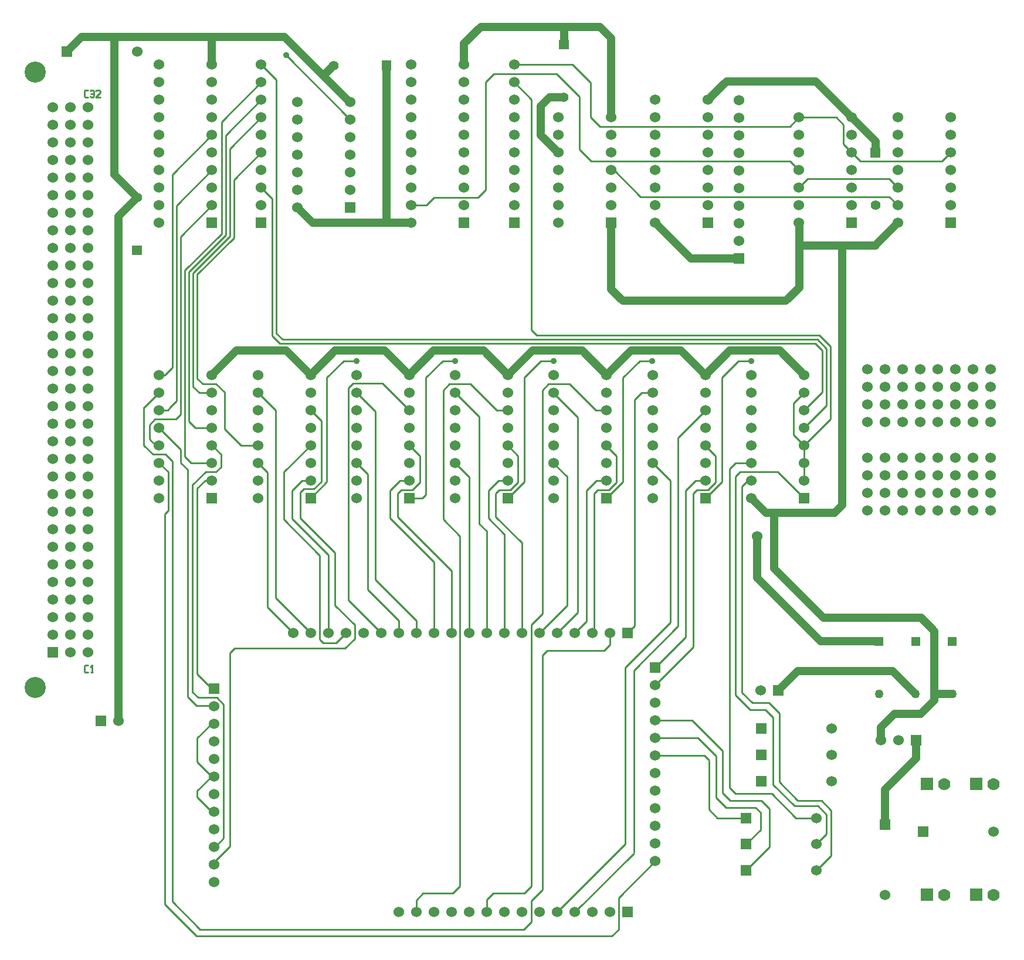
<source format=gbr>
G04 start of page 3 for group 1 idx 2 *
G04 Title: (unknown), signal1 *
G04 Creator: pcb 20081128 *
G04 CreationDate: Tue Aug 18 15:33:46 2009 UTC *
G04 For: olivleh1 *
G04 Format: Gerber/RS-274X *
G04 PCB-Dimensions: 637795 559055 *
G04 PCB-Coordinate-Origin: lower left *
%MOIN*%
%FSLAX24Y24*%
%LNFRONT*%
%ADD11C,0.0200*%
%ADD12C,0.0450*%
%ADD13C,0.0100*%
%ADD14C,0.0250*%
%ADD15C,0.0550*%
%ADD16C,0.0500*%
%ADD18C,0.0600*%
%ADD19C,0.1200*%
%ADD20C,0.0700*%
%ADD21C,0.0360*%
%ADD22C,0.0280*%
%ADD23C,0.0380*%
%ADD24C,0.0300*%
%ADD25C,0.0800*%
%ADD26C,0.0350*%
G54D13*X29488Y45000D02*X29921Y45433D01*
X32519Y50590D02*Y37598D01*
X29921Y45433D02*Y51574D01*
X18385Y36929D02*X30236D01*
X32834Y37165D02*X32519Y37480D01*
Y37716D01*
G54D12*X25590Y34913D02*X26976Y36299D01*
G54D13*X29566Y32547D02*X28200Y33913D01*
G54D12*X26976Y36299D02*X29803D01*
G54D13*X26570Y44563D02*X27007Y45000D01*
X22236Y49429D02*Y49456D01*
X25692Y44563D02*X26570D01*
X14370Y48563D02*X12125Y46318D01*
G54D12*X8818Y46305D02*Y54133D01*
X14370Y52563D02*Y54133D01*
G54D13*X15629Y46015D02*X17177Y47563D01*
X14921Y49307D02*X17177Y51563D01*
X14921Y42952D02*Y49307D01*
X15157Y42874D02*Y48543D01*
X17177Y50563D01*
X15393Y47779D02*X17177Y49563D01*
X15393Y42795D02*Y47779D01*
G54D12*X6122Y53307D02*X6948Y54133D01*
X18503D01*
G54D13*X17177Y52563D02*X18031Y51708D01*
X17177Y45563D02*X17795Y44944D01*
G54D12*X10118Y45006D02*X9055Y43943D01*
X10118Y45006D02*X8818Y46305D01*
X37058Y54082D02*Y49563D01*
X36417Y54724D02*X37058Y54082D01*
G54D13*X34877Y52563D02*X35905Y51535D01*
X35275Y50748D02*Y47755D01*
X35944Y47086D01*
G54D12*X25692Y43563D02*X20102D01*
X19236Y44429D01*
G54D13*X18031Y51708D02*Y37283D01*
X17795Y44944D02*Y37126D01*
G54D12*X19980Y34913D02*X21366Y36299D01*
G54D14*X28692Y52563D02*X28700Y52570D01*
G54D12*Y53779D01*
X29645Y54724D01*
G54D13*X29921Y51574D02*X30393Y52047D01*
G54D12*X18503Y54133D02*X22208Y50429D01*
G54D14*X22236D01*
G54D13*Y49456D02*X18582Y53110D01*
G54D12*X21293Y52519D02*X20708Y51935D01*
G54D14*Y51929D01*
X24293Y52519D02*X24291Y52517D01*
G54D12*Y43622D01*
G54D13*X31547Y51563D02*X32519Y50590D01*
X35905Y51535D02*Y49566D01*
X36417Y49055D01*
G54D12*X34370Y50702D02*X33576D01*
X33070Y50196D02*Y48551D01*
X34058Y47563D01*
X29645Y54724D02*X36417D01*
G54D14*X34370Y53702D02*X34409Y53742D01*
G54D12*Y54724D01*
X33576Y50702D02*X33070Y50196D01*
G54D13*X31547Y52563D02*X34877D01*
X30393Y52047D02*X33976D01*
X35275Y50748D01*
X11732Y30393D02*X12125Y30000D01*
X13196Y29913D02*X12834Y30275D01*
Y31417D01*
X11370Y29913D02*X11889Y29393D01*
X11574Y32913D02*X11370D01*
X11850D01*
X14370Y31913D02*X13440D01*
X13070Y32283D01*
X16980Y33913D02*X17992Y32901D01*
Y32862D02*Y22236D01*
X10511Y33070D02*Y30905D01*
X14370Y29913D02*X13196D01*
X11692Y27007D02*X11889Y27204D01*
X14015Y29409D02*X13267Y28661D01*
X10826Y31259D02*X11173Y30913D01*
X11370D01*
X10511Y30905D02*X11023Y30393D01*
X11732D01*
X23661Y32834D02*Y23267D01*
X29566Y26456D02*Y32519D01*
X38385Y33503D02*Y20629D01*
X39421Y33913D02*X38795D01*
X38385Y33503D01*
X18937Y28342D02*Y26732D01*
X17519Y29374D02*Y21692D01*
X20511Y24645D02*X18464Y26693D01*
Y29409D02*Y26693D01*
X19409Y28228D02*Y26771D01*
X14370Y30913D02*X14881Y30401D01*
X16980Y30913D02*X16015D01*
X15078Y31850D01*
X14881Y30393D02*Y29685D01*
X14606Y29409D01*
X14015D01*
X15078Y31850D02*Y33937D01*
X14606Y34409D01*
X13858D01*
X13543Y34724D01*
G54D12*X14370Y34913D02*X15755Y36299D01*
X18582D01*
G54D13*X17795Y37126D02*X18228Y36692D01*
X20905Y34763D02*Y28838D01*
X19980Y28913D02*X19503D01*
X18937Y28346D01*
X19980Y32913D02*X20590Y32303D01*
Y28858D01*
X20157Y28425D01*
G54D14*X14370Y34913D02*X14401D01*
G54D13*X13582Y16574D02*X14645D01*
X15039Y16181D01*
X14354Y16102D02*X14370Y16086D01*
X20992Y20236D02*X20984Y24685D01*
X21992Y20236D02*X21440Y19685D01*
X20708D01*
X20511Y19881D01*
X22125Y34173D02*Y22102D01*
X26992Y24267D02*Y20236D01*
X27992D02*Y23779D01*
X22125Y22102D02*X23992Y20236D01*
X23228Y22716D02*X24992Y20952D01*
Y20236D01*
X25748Y28385D02*X26181Y28818D01*
X24921Y26850D02*Y28188D01*
X25118Y28385D01*
X25748D01*
X24055Y34448D02*X22401D01*
X22590Y33913D02*X23661Y32834D01*
X22401Y34448D02*X22125Y34173D01*
X25590Y32913D02*X24055Y34448D01*
X25590Y28913D02*X25055D01*
X26181Y30322D02*X25590Y30913D01*
X26181Y28818D02*Y30322D01*
X22590Y29913D02*X23228Y29275D01*
X24488Y26771D02*X26992Y24267D01*
X27992Y23779D02*X24921Y26850D01*
X23228Y29275D02*Y22716D01*
X30078Y28346D02*Y26771D01*
X30645Y28913D02*X30078Y28346D01*
X31338Y28385D02*X31771Y28818D01*
X11850Y32913D02*X12165Y33228D01*
X12125Y35354D02*X11685Y34913D01*
X11370D01*
X11141Y32401D02*X10826Y32086D01*
X12598Y42791D02*Y32677D01*
X12834Y31456D02*Y40866D01*
X13070Y32283D02*Y40787D01*
X12598Y30685D02*Y29960D01*
Y29921D02*X12992Y29527D01*
X14370Y33913D02*X13645D01*
X13307Y34252D01*
Y40708D01*
X13543Y34724D02*Y40629D01*
X12125Y46318D02*Y35354D01*
X14370Y46563D02*X12362Y44555D01*
Y33425D01*
X14370Y44563D02*X12598Y42791D01*
X12834Y40866D02*X14921Y42952D01*
X13070Y40787D02*X15157Y42874D01*
X13307Y40708D02*X15393Y42795D01*
X11370Y33913D02*X10511Y33055D01*
X13543Y40629D02*X15629Y42716D01*
Y46015D01*
X13267Y28661D02*Y16889D01*
X13582Y16574D01*
X12992Y29527D02*Y16614D01*
X13503Y16102D01*
X14354D01*
X12362Y33425D02*X11968Y33031D01*
X11370Y31913D02*X12598Y30685D01*
Y32677D02*X12322Y32401D01*
X11141D01*
G54D12*X9055Y15212D02*X9055Y43937D01*
G54D13*X11889Y29393D02*Y27204D01*
X10826Y32086D02*Y31259D01*
X44960Y15866D02*X45826D01*
G54D12*X46338Y23897D02*Y27086D01*
X45354Y25748D02*Y23385D01*
G54D13*X44488Y16850D02*X45078Y16259D01*
X46023D01*
X40433Y20826D02*X37874Y18267D01*
X40866Y20629D02*X38346Y18110D01*
X44126Y29913D02*X43779Y29566D01*
G54D12*X45858Y27086D02*X45031Y27913D01*
G54D13*X44488Y28582D02*Y16850D01*
X44133Y29133D02*Y16693D01*
X30708Y28385D02*X31338D01*
X30078Y26771D02*X30976Y25881D01*
X30511Y28188D02*X30708Y28385D01*
X30511Y26850D02*Y28188D01*
X31181Y28913D02*X30645D01*
X31771Y30322D02*X31181Y30913D01*
X31771Y28818D02*Y30322D01*
X29566Y32519D02*Y32547D01*
X31200Y32913D02*X30551D01*
X29055Y34409D01*
X27519Y34055D02*Y26692D01*
X28464Y25748D01*
X38385Y20629D02*X37992Y20236D01*
X32992D02*X34566Y21811D01*
X35992Y20236D02*X36102Y20346D01*
X34992Y20236D02*X35669Y20913D01*
X33992Y20236D02*X35157Y21401D01*
X35669Y28346D02*Y26771D01*
X36102Y20346D02*Y26889D01*
X35669Y20913D02*Y26811D01*
X36992Y20236D02*Y19590D01*
X36653Y19252D01*
X33425D01*
X33149Y18976D01*
X30992Y20236D02*Y25866D01*
X31992Y20236D02*Y25370D01*
X29992Y20236D02*Y26031D01*
X35157Y26456D02*Y32519D01*
X35157Y21401D02*Y26496D01*
X36771Y28913D02*X36236D01*
X36929Y28385D02*X37362Y28818D01*
X36299Y28385D02*X36929D01*
X36236Y28913D02*X35669Y28346D01*
X35157Y32519D02*X33811Y33866D01*
X36811Y32913D02*X36181D01*
X34685Y34409D01*
X31992Y25370D02*X30511Y26850D01*
X34566Y21811D02*Y29133D01*
X33811Y29889D01*
X33149Y34055D02*Y21338D01*
X32519Y20708D01*
X20511Y19881D02*Y24645D01*
X20984Y24685D02*X18936Y26732D01*
X18992Y20236D02*X17519Y21692D01*
X19992Y20236D02*X17992Y22236D01*
X21377Y24803D02*Y21811D01*
X19409Y26771D02*X21377Y24803D01*
X13543Y28464D02*Y17913D01*
X14370Y28913D02*X13992D01*
X13543Y28464D01*
X20905Y28838D02*X19980Y27913D01*
X16980Y29913D02*X17519Y29370D01*
X15393Y8110D02*X14370Y7086D01*
X15039Y8566D02*X14559Y8086D01*
X15669Y19370D02*X15393Y19094D01*
X15039Y16181D02*Y8566D01*
X15393Y19094D02*Y8125D01*
X21929Y19370D02*X15669D01*
X13543Y17913D02*X14370Y17086D01*
Y15086D02*X13543Y14259D01*
X14370Y10086D02*X13543Y10913D01*
Y11259D02*Y10913D01*
Y14252D02*Y12913D01*
X14370Y12086D01*
X13543Y11259D01*
X12125Y4960D02*Y30000D01*
X11692Y4803D02*Y27007D01*
X33992Y4370D02*X37874Y8252D01*
X32519Y5826D02*X32125Y5433D01*
X33149Y5630D02*X32519Y5000D01*
X37480Y5181D02*Y3385D01*
X37086Y2992D01*
X32125Y5433D02*X30354D01*
X29999Y5078D01*
X32519Y5000D02*Y3818D01*
X34992Y4370D02*X38346Y7724D01*
X28070Y5433D02*X26377D01*
X28464Y5826D02*X28070Y5433D01*
X29999Y4377D02*Y5078D01*
X32519Y3818D02*X32086Y3385D01*
X13700D01*
X37086Y2992D02*X13503D01*
X25992Y4370D02*X25984Y4378D01*
X29992Y4370D02*X29999Y4377D01*
X26377Y5433D02*X26023Y5078D01*
X25984Y5039D02*X26377Y5433D01*
X26417D01*
X25984Y4378D02*Y5039D01*
X13700Y3385D02*X12125Y4960D01*
X13503Y2992D02*Y2992D01*
X11692Y4803D01*
X20157Y28425D02*X19606D01*
X19980Y30913D02*X18464Y29409D01*
X24488Y28346D02*Y26771D01*
X19606Y28425D02*X19409Y28228D01*
X25055Y28913D02*X24488Y28346D01*
X22480Y20708D02*Y19921D01*
X21929Y19370D01*
X25984Y20944D02*Y20244D01*
X25992Y20236D01*
X23661Y23267D02*X25984Y20944D01*
X21377Y21811D02*X22480Y20708D01*
X25590Y27913D02*X26338D01*
X26535Y34763D02*Y28110D01*
X27007Y45000D02*X29488D01*
X26338Y27913D02*X26535Y28110D01*
X48897Y37165D02*X32834D01*
G54D12*X32586Y36299D02*X35413D01*
X19980Y34913D02*X18594Y36299D01*
X21366D02*X24192D01*
X25590Y34913D02*X24204Y36299D01*
G54D13*X22578Y35708D02*X21850D01*
X20905Y34763D01*
X48661Y36692D02*X18228D01*
G54D12*X36811Y34913D02*X35425Y36299D01*
X36811Y34913D02*X38196Y36299D01*
G54D13*X38681Y35708D02*X37736Y34763D01*
G54D12*X31200Y34913D02*X32586Y36299D01*
G54D13*X27480Y35708D02*X28189D01*
X33799D02*X33070D01*
X32125Y34763D01*
X18031Y37283D02*X18385Y36929D01*
G54D12*X53350Y43563D02*X52086Y42299D01*
X47755Y42283D02*X52086D01*
X47755Y39881D02*Y43547D01*
G54D13*X55873Y47086D02*X56350Y47563D01*
X56334D02*X56350D01*
X47216Y47086D02*X47740Y46563D01*
X51216Y47086D02*X55873D01*
G54D14*X47740Y43563D02*Y43007D01*
X47755Y43547D02*X47740Y43563D01*
G54D13*X53350Y44563D02*Y44563D01*
X52874Y45039D01*
G54D12*X50196Y42283D02*Y27519D01*
G54D13*X47440Y31504D02*Y33322D01*
X48031Y33913D01*
G54D12*X49763Y27086D02*X45858D01*
X46338Y23897D02*X49133Y21102D01*
X54684D01*
X55433Y20354D01*
X45354Y23385D02*X48976Y19763D01*
X52283D01*
X37058Y43563D02*Y39791D01*
X37716Y39133D01*
G54D13*X38740Y45039D02*X37216Y46563D01*
X37058D01*
G54D12*X37716Y39133D02*X47007D01*
G54D13*X36417Y49055D02*X47232D01*
G54D12*X47007Y39133D02*X47755Y39881D01*
G54D13*X47740Y45563D02*X48240Y46063D01*
X35944Y47086D02*X47216D01*
G54D12*X41578Y41555D02*X44342D01*
X39570Y43563D02*X41578Y41555D01*
G54D13*X47232Y49055D02*X47740Y49563D01*
G54D12*X48688Y51614D02*X43622D01*
G54D13*X50275Y48027D02*Y49133D01*
X51216Y47086D02*X50275Y48027D01*
G54D12*X52086Y48216D02*Y47561D01*
X43622Y51614D02*X42570Y50563D01*
G54D13*X52850Y46063D02*X51889D01*
X52874Y45039D02*X38740D01*
X48240Y46063D02*X51929D01*
X53216Y45563D02*X53350D01*
X52850Y46063D01*
X49846Y49563D02*X47740D01*
X50275Y49133D02*X49846Y49563D01*
G54D12*X48688Y51614D02*X52086Y48216D01*
G54D13*X28992Y20236D02*Y29122D01*
X28200Y29913D01*
X28464Y25748D02*Y5826D01*
X36102Y26850D02*Y28188D01*
X37362Y30322D02*X36771Y30913D01*
X37362Y28818D02*Y30322D01*
X36102Y28188D02*X36299Y28385D01*
X37736Y34763D02*Y28838D01*
X36811Y27913D01*
X29992Y26031D02*X29566Y26456D01*
X32125Y34763D02*Y28838D01*
X31200Y27913D01*
X32519Y20708D02*Y5826D01*
X41732Y28188D02*Y19432D01*
X33149Y18976D02*Y5630D01*
X39566Y7267D02*X37480Y5181D01*
X39566Y13267D02*X41181D01*
X39566Y15267D02*X41661D01*
X37874Y18267D02*Y8543D01*
X38346Y18110D02*Y7763D01*
X37874Y8252D02*Y8700D01*
X39566Y18267D02*X41299Y20000D01*
X41732Y19432D02*X39566Y17267D01*
X42362Y13267D02*X41141D01*
X39566Y14267D02*X41992D01*
X43779Y11456D02*Y19448D01*
X43385Y13543D02*Y11141D01*
G54D12*X56448Y16771D02*X55433D01*
X54645Y15629D02*X55433Y16417D01*
G54D14*X56456Y16763D02*X56448Y16771D01*
G54D12*X52637Y11338D02*Y9354D01*
X50196Y27519D02*X49763Y27086D01*
X52409Y14889D02*Y14133D01*
X54409Y13110D02*X52637Y11338D01*
X54409Y14133D02*Y13110D01*
X53149Y15629D02*X52409Y14889D01*
X54645Y15629D02*X53149D01*
X47677Y18070D02*X53070D01*
G54D14*Y18063D02*Y18070D01*
G54D12*X54370Y16763D02*X53070Y18063D01*
X55433Y20354D02*Y16409D01*
G54D13*X44133Y16693D02*X44960Y15866D01*
X46023Y16259D02*X46614Y15669D01*
G54D12*X46574Y16968D02*X47677Y18070D01*
G54D13*X41661Y15267D02*X43385Y13543D01*
X42637Y10196D02*Y12952D01*
Y12992D02*X42362Y13267D01*
X41992Y14267D02*X43031Y13228D01*
Y13228D02*Y10866D01*
X43818Y10708D02*X45590D01*
X46062Y10236D01*
X46259Y11614D02*Y15433D01*
X46614Y15669D02*Y11771D01*
X45826Y15866D02*X46259Y15433D01*
X46181Y11102D02*X44133D01*
Y11102D02*X43779Y11456D01*
X49566Y7574D02*X48724Y6732D01*
X49566Y10157D02*Y7574D01*
X48724Y8228D02*X49291Y8795D01*
Y9921D01*
X48818Y10393D01*
X49015Y10708D02*X49566Y10157D01*
X43110Y9724D02*X42637Y10196D01*
X43031Y10866D02*X43582Y10315D01*
X43385Y11141D02*X43818Y10708D01*
X46062Y10236D02*Y8070D01*
X44724Y9724D02*X43110D01*
X43582Y10315D02*X45275D01*
X45551Y10039D01*
Y9055D01*
X46062Y8070D02*X44724Y6732D01*
X45551Y9055D02*X44724Y8228D01*
X48724Y9724D02*X47559D01*
X48818Y10393D02*X47480D01*
X47677Y10708D02*X49015D01*
X47559Y9724D02*X46181Y11102D01*
X47480Y10393D02*X46259Y11614D01*
X46614Y11771D02*X47677Y10708D01*
G54D12*X38196Y36299D02*X41023D01*
X42421Y34913D02*X41035Y36299D01*
X42421Y34913D02*X43807Y36299D01*
G54D13*X39409Y35708D02*X38681D01*
X44291D02*X43346Y34763D01*
X49527Y36535D02*X48897Y37165D01*
G54D12*X43807Y36299D02*X46633D01*
X48031Y34913D02*X46645Y36299D01*
G54D13*X45019Y35708D02*X44291D01*
X49055Y36299D02*X48661Y36692D01*
X49291Y36417D02*X48779Y36929D01*
X30196D01*
X26535Y34763D02*X27480Y35708D01*
G54D12*X31200Y34913D02*X29814Y36299D01*
G54D13*X29055Y34409D02*X27874D01*
X34685D02*X33504D01*
X33149Y34055D01*
X27874Y34409D02*X27519Y34055D01*
X49527Y32409D02*Y36535D01*
X48031Y32913D02*X49055Y33937D01*
Y36299D01*
X49291Y33173D02*Y36417D01*
X48031Y27913D02*X46535Y29409D01*
X45031Y29913D02*X45031D01*
X48031Y28913D02*Y30913D01*
X46535Y29409D02*X44409D01*
X48031Y31913D02*X49291Y33173D01*
X48031Y30913D02*X49527Y32409D01*
X48031Y30913D02*X47440Y31504D01*
X43346Y34763D02*Y28838D01*
X39421Y29913D02*X40433Y28901D01*
X42401Y28913D02*X41865D01*
X42992Y30322D02*X42401Y30913D01*
X42421Y32913D02*X40866Y31358D01*
X41865Y28913D02*X41299Y28346D01*
X42992Y28818D02*Y30322D01*
X43346Y28838D02*X42421Y27913D01*
X43779Y28661D02*Y19409D01*
X42558Y28385D02*X42992Y28818D01*
X43779Y29566D02*Y28661D01*
X40433Y28901D02*Y20826D01*
X41299Y20000D02*Y26811D01*
X40866Y31358D02*Y20629D01*
X41299Y28346D02*Y26771D01*
X41929Y28385D02*X42558D01*
X41732Y28188D02*X41929Y28385D01*
X44818Y28913D02*X44488Y28582D01*
X45299Y28913D02*X44818D01*
X44409Y29409D02*X44133Y29133D01*
X45031Y29913D02*X44126D01*
X7175Y18003D02*X7325D01*
X7125Y18053D02*X7175Y18003D01*
X7125Y18353D02*Y18053D01*
Y18353D02*X7175Y18403D01*
X7325D01*
X7496Y18003D02*X7596D01*
X7546Y18403D02*Y18003D01*
X7446Y18303D02*X7546Y18403D01*
X7176Y50720D02*X7326D01*
X7126Y50770D02*X7176Y50720D01*
X7126Y51070D02*Y50770D01*
Y51070D02*X7176Y51120D01*
X7326D01*
X7446Y51070D02*X7496Y51120D01*
X7596D01*
X7646Y51070D01*
Y50770D01*
X7596Y50720D02*X7646Y50770D01*
X7496Y50720D02*X7596D01*
X7446Y50770D02*X7496Y50720D01*
Y50920D02*X7646D01*
X7766Y51070D02*X7816Y51120D01*
X7966D01*
X8016Y51070D01*
Y50970D01*
X7766Y50720D02*X8016Y50970D01*
X7766Y50720D02*X8016D01*
G54D18*X42570Y45563D03*
Y46563D03*
Y47563D03*
Y48563D03*
Y49563D03*
Y50563D03*
X39570D03*
Y49563D03*
Y48563D03*
Y47563D03*
Y46563D03*
Y45563D03*
Y44563D03*
Y43563D03*
G54D11*G36*
X42270Y43863D02*Y43263D01*
X42870D01*
Y43863D01*
X42270D01*
G37*
G54D18*X42570Y44563D03*
G54D11*G36*
X44042Y41855D02*Y41255D01*
X44642D01*
Y41855D01*
X44042D01*
G37*
G54D18*X44342Y42555D03*
Y43555D03*
Y44555D03*
Y45555D03*
Y46555D03*
X50740Y46563D03*
X47740D03*
G54D11*G36*
X50440Y43863D02*Y43263D01*
X51040D01*
Y43863D01*
X50440D01*
G37*
G54D18*X50740Y44563D03*
Y45563D03*
X47740D03*
Y44563D03*
Y43563D03*
G54D15*X52086Y44561D03*
G54D18*X44342Y47555D03*
Y48555D03*
Y49555D03*
Y50555D03*
X50740Y47563D03*
Y48563D03*
Y49563D03*
X47740D03*
Y48563D03*
Y47563D03*
G54D11*G36*
X51811Y47836D02*Y47286D01*
X52361D01*
Y47836D01*
X51811D01*
G37*
G36*
X56050Y43863D02*Y43263D01*
X56650D01*
Y43863D01*
X56050D01*
G37*
G54D18*X56350Y44563D03*
Y45563D03*
Y46563D03*
Y47563D03*
Y48563D03*
Y49563D03*
X53350D03*
Y48563D03*
Y47563D03*
Y46563D03*
Y45563D03*
Y44563D03*
Y43563D03*
X28692Y46563D03*
Y47563D03*
Y48563D03*
Y49563D03*
Y50563D03*
Y51563D03*
Y52563D03*
X25692D03*
Y51563D03*
Y50563D03*
Y49563D03*
Y48563D03*
Y47563D03*
G54D11*G36*
X28392Y43863D02*Y43263D01*
X28992D01*
Y43863D01*
X28392D01*
G37*
G54D18*X28692Y44563D03*
X25692D03*
G54D11*G36*
X31247Y43863D02*Y43263D01*
X31847D01*
Y43863D01*
X31247D01*
G37*
G54D18*X31547Y44563D03*
Y45563D03*
Y46563D03*
Y47563D03*
Y48563D03*
Y49563D03*
Y50563D03*
Y51563D03*
Y52563D03*
G54D11*G36*
X36758Y43863D02*Y43263D01*
X37358D01*
Y43863D01*
X36758D01*
G37*
G54D18*X37058Y44563D03*
Y45563D03*
X34058D03*
Y44563D03*
Y43563D03*
X37058Y46563D03*
X34058D03*
X37058Y47563D03*
X34058D03*
X37058Y48563D03*
X34058D03*
X37058Y49563D03*
X34058D03*
G54D11*G36*
X34095Y53977D02*Y53427D01*
X34645D01*
Y53977D01*
X34095D01*
G37*
G54D15*X34370Y50702D03*
G54D11*G36*
X42121Y28213D02*Y27613D01*
X42721D01*
Y28213D01*
X42121D01*
G37*
G54D18*X42421Y28913D03*
Y29913D03*
X39421Y32913D03*
Y31913D03*
Y30913D03*
Y29913D03*
Y28913D03*
Y27913D03*
G54D11*G36*
X36511Y28213D02*Y27613D01*
X37111D01*
Y28213D01*
X36511D01*
G37*
G36*
X47731D02*Y27613D01*
X48331D01*
Y28213D01*
X47731D01*
G37*
G54D18*X48031Y28913D03*
Y29913D03*
Y30913D03*
Y31913D03*
Y32913D03*
Y33913D03*
Y34913D03*
X42421Y30913D03*
Y31913D03*
Y32913D03*
Y33913D03*
Y34913D03*
X45031D03*
Y33913D03*
Y32913D03*
Y31913D03*
Y30913D03*
Y29913D03*
Y28913D03*
Y27913D03*
X39421Y34913D03*
Y33913D03*
X36811Y28913D03*
Y29913D03*
Y30913D03*
Y31913D03*
Y32913D03*
Y33913D03*
Y34913D03*
X5314Y27153D03*
Y28153D03*
Y29153D03*
Y30153D03*
Y31153D03*
Y22153D03*
Y23153D03*
Y24153D03*
Y25153D03*
G54D11*G36*
X5014Y19453D02*Y18853D01*
X5614D01*
Y19453D01*
X5014D01*
G37*
G54D18*X5314Y20153D03*
Y21153D03*
X6314D03*
Y22153D03*
Y23153D03*
X5314Y26153D03*
X6314D03*
Y24153D03*
Y25153D03*
Y27153D03*
Y28153D03*
Y29153D03*
Y19153D03*
Y20153D03*
X7314D03*
Y19153D03*
Y21153D03*
Y22153D03*
Y23153D03*
Y24153D03*
Y25153D03*
Y26153D03*
G54D11*G36*
X7770Y15536D02*Y14936D01*
X8370D01*
Y15536D01*
X7770D01*
G37*
G54D18*X9070Y15236D03*
X7314Y27153D03*
Y28153D03*
Y29153D03*
Y30153D03*
Y31153D03*
Y32153D03*
Y33153D03*
Y34153D03*
X5314Y32153D03*
Y33153D03*
Y34153D03*
Y35153D03*
Y36153D03*
Y37153D03*
Y38153D03*
Y39153D03*
G54D19*X4314Y17153D03*
G54D18*X6314Y30153D03*
Y31153D03*
Y32153D03*
Y33153D03*
Y34153D03*
Y35153D03*
Y36153D03*
Y37153D03*
Y38153D03*
Y39153D03*
Y40153D03*
Y41153D03*
Y42153D03*
Y43153D03*
Y44153D03*
Y45153D03*
Y46153D03*
Y47153D03*
Y48153D03*
Y49153D03*
Y50153D03*
G54D11*G36*
X5822Y53607D02*Y53007D01*
X6422D01*
Y53607D01*
X5822D01*
G37*
G54D18*X5314Y40153D03*
Y41153D03*
Y42153D03*
Y43153D03*
Y44153D03*
Y45153D03*
Y46153D03*
Y47153D03*
Y48153D03*
Y49153D03*
Y50153D03*
G54D19*X4314Y52153D03*
G54D11*G36*
X25290Y28213D02*Y27613D01*
X25890D01*
Y28213D01*
X25290D01*
G37*
G54D18*X25590Y28913D03*
Y29913D03*
Y30913D03*
X22590Y31913D03*
Y30913D03*
Y29913D03*
Y28913D03*
Y27913D03*
G54D11*G36*
X19680Y28213D02*Y27613D01*
X20280D01*
Y28213D01*
X19680D01*
G37*
G54D18*X19980Y28913D03*
Y29913D03*
Y30913D03*
Y31913D03*
Y32913D03*
Y33913D03*
Y34913D03*
X25590Y31913D03*
Y32913D03*
Y33913D03*
Y34913D03*
X22590D03*
Y33913D03*
Y32913D03*
G54D11*G36*
X24018Y52794D02*Y52244D01*
X24568D01*
Y52794D01*
X24018D01*
G37*
G54D15*X21293Y52519D03*
G54D11*G36*
X14070Y28213D02*Y27613D01*
X14670D01*
Y28213D01*
X14070D01*
G37*
G54D18*X14370Y28913D03*
Y29913D03*
Y30913D03*
Y31913D03*
X11370Y30913D03*
Y29913D03*
Y28913D03*
Y27913D03*
X14370Y32913D03*
Y33913D03*
Y34913D03*
X11370D03*
Y33913D03*
Y32913D03*
Y31913D03*
X16980Y34913D03*
Y33913D03*
Y32913D03*
Y31913D03*
Y30913D03*
Y29913D03*
Y28913D03*
Y27913D03*
X7314Y35153D03*
Y36153D03*
Y37153D03*
Y38153D03*
Y39153D03*
Y40153D03*
Y41153D03*
Y42153D03*
Y43153D03*
Y44153D03*
Y45153D03*
Y46153D03*
Y47153D03*
Y48153D03*
Y49153D03*
Y50153D03*
X10122Y53307D03*
G54D11*G36*
X9843Y42281D02*Y41731D01*
X10393D01*
Y42281D01*
X9843D01*
G37*
G54D15*X10118Y45006D03*
G54D11*G36*
X21936Y44729D02*Y44129D01*
X22536D01*
Y44729D01*
X21936D01*
G37*
G54D18*X25692Y43563D03*
X22236Y45429D03*
X19236D03*
X14370Y45563D03*
X28692D03*
X25692D03*
X17177D03*
X22236Y47429D03*
X19236D03*
X14370Y47563D03*
X17177Y46563D03*
Y47563D03*
X22236Y48429D03*
X19236D03*
X17177Y48563D03*
X11370Y51563D03*
Y50563D03*
Y49563D03*
Y48563D03*
Y47563D03*
Y46563D03*
X22236Y46429D03*
X19236D03*
X14370Y46563D03*
X25692D03*
X11370Y45563D03*
Y44563D03*
Y43563D03*
X19236Y44429D03*
G54D11*G36*
X14070Y43863D02*Y43263D01*
X14670D01*
Y43863D01*
X14070D01*
G37*
G54D18*X14370Y44563D03*
G54D11*G36*
X16877Y43863D02*Y43263D01*
X17477D01*
Y43863D01*
X16877D01*
G37*
G54D18*X17177Y44563D03*
X22236Y49429D03*
Y50429D03*
X14370Y48563D03*
Y49563D03*
Y50563D03*
Y51563D03*
Y52563D03*
X11370D03*
X19236Y50429D03*
Y49429D03*
X17177Y49563D03*
Y50563D03*
Y51563D03*
Y52563D03*
G54D11*G36*
X30900Y28213D02*Y27613D01*
X31500D01*
Y28213D01*
X30900D01*
G37*
G54D18*X31200Y28913D03*
Y29913D03*
Y30913D03*
Y31913D03*
Y32913D03*
Y33913D03*
Y34913D03*
X33811D03*
Y33913D03*
Y32913D03*
Y31913D03*
Y30913D03*
Y29913D03*
Y28913D03*
Y27913D03*
X28200Y34913D03*
Y33913D03*
Y32913D03*
Y31913D03*
Y30913D03*
Y29913D03*
Y28913D03*
Y27913D03*
G54D11*G36*
X37692Y20536D02*Y19936D01*
X38292D01*
Y20536D01*
X37692D01*
G37*
G54D18*X36992Y20236D03*
X35992D03*
X34992D03*
X33992D03*
X32992D03*
X31992D03*
X30992D03*
G54D11*G36*
X56206Y20013D02*Y19513D01*
X56706D01*
Y20013D01*
X56206D01*
G37*
G54D16*X56456Y16763D03*
X54370D03*
X52283D03*
G54D11*G36*
X46274Y17268D02*Y16668D01*
X46874D01*
Y17268D01*
X46274D01*
G37*
G54D18*X45574Y16968D03*
G54D11*G36*
X54120Y20013D02*Y19513D01*
X54620D01*
Y20013D01*
X54120D01*
G37*
G36*
X52033D02*Y19513D01*
X52533D01*
Y20013D01*
X52033D01*
G37*
G36*
X39266Y18567D02*Y17967D01*
X39866D01*
Y18567D01*
X39266D01*
G37*
G54D18*X39566Y17267D03*
Y16267D03*
Y15267D03*
Y14267D03*
Y13267D03*
Y12267D03*
Y11267D03*
Y10267D03*
Y9267D03*
Y8267D03*
Y7267D03*
G54D11*G36*
X45290Y15103D02*Y14503D01*
X45890D01*
Y15103D01*
X45290D01*
G37*
G54D18*X49590Y14803D03*
Y13307D03*
Y11811D03*
X48724Y9724D03*
Y8228D03*
Y6732D03*
G54D11*G36*
X45290Y13607D02*Y13007D01*
X45890D01*
Y13607D01*
X45290D01*
G37*
G36*
Y12111D02*Y11511D01*
X45890D01*
Y12111D01*
X45290D01*
G37*
G36*
X44424Y10024D02*Y9424D01*
X45024D01*
Y10024D01*
X44424D01*
G37*
G36*
Y8528D02*Y7928D01*
X45024D01*
Y8528D01*
X44424D01*
G37*
G36*
Y7032D02*Y6432D01*
X45024D01*
Y7032D01*
X44424D01*
G37*
G36*
X54109Y14433D02*Y13833D01*
X54709D01*
Y14433D01*
X54109D01*
G37*
G54D18*X53409Y14133D03*
X52409D03*
G54D11*G36*
X54649Y12003D02*Y11303D01*
X55349D01*
Y12003D01*
X54649D01*
G37*
G54D20*X55999Y11653D03*
G54D11*G36*
X57445Y12003D02*Y11303D01*
X58145D01*
Y12003D01*
X57445D01*
G37*
G54D20*X58795Y11653D03*
G54D18*X58779Y8937D03*
G54D20*X58795Y5354D03*
G54D11*G36*
X54479Y9237D02*Y8637D01*
X55079D01*
Y9237D01*
X54479D01*
G37*
G36*
X54649Y5704D02*Y5004D01*
X55349D01*
Y5704D01*
X54649D01*
G37*
G54D20*X55999Y5354D03*
G54D11*G36*
X57445Y5704D02*Y5004D01*
X58145D01*
Y5704D01*
X57445D01*
G37*
G36*
X52337Y9654D02*Y9054D01*
X52937D01*
Y9654D01*
X52337D01*
G37*
G54D18*X52637Y5354D03*
X29992Y20236D03*
X28992D03*
X27992D03*
X26992D03*
X25992D03*
X24992D03*
X23992D03*
X22992D03*
X21992D03*
X20992D03*
X19992D03*
X18992D03*
G54D11*G36*
X14188Y17386D02*Y16786D01*
X14788D01*
Y17386D01*
X14188D01*
G37*
G54D18*X14488Y16086D03*
Y15086D03*
Y14086D03*
Y13086D03*
Y12086D03*
Y11086D03*
Y10086D03*
Y9086D03*
Y8086D03*
Y7086D03*
Y6086D03*
G54D11*G36*
X37692Y4670D02*Y4070D01*
X38292D01*
Y4670D01*
X37692D01*
G37*
G54D18*X36992Y4370D03*
X35992D03*
X34992D03*
X33992D03*
X32992D03*
X31992D03*
X30992D03*
X29992D03*
X28992D03*
X27992D03*
X26992D03*
X25992D03*
X24992D03*
X55630Y30196D03*
X56630D03*
X57637D03*
X58637D03*
X56630Y29196D03*
X57637D03*
X58637D03*
Y32236D03*
Y33236D03*
Y27196D03*
Y28196D03*
X55630Y33236D03*
Y29196D03*
X58637Y34236D03*
Y35236D03*
X57637D03*
X56630D03*
X55630D03*
X53622Y33236D03*
Y32236D03*
Y34236D03*
Y35236D03*
X54622Y32236D03*
X55630D03*
X54622Y33236D03*
Y34236D03*
X55630D03*
X54622Y35236D03*
X56630Y32236D03*
X57637D03*
Y33236D03*
X56630D03*
Y34236D03*
X57637D03*
X51614Y32236D03*
Y33236D03*
X52614D03*
Y32236D03*
X51614Y34236D03*
Y35236D03*
X52614D03*
Y34236D03*
X55630Y27196D03*
X56630D03*
X57637D03*
Y28196D03*
X56630D03*
X55630D03*
X54622Y30196D03*
X53622D03*
X51614Y27196D03*
Y28196D03*
Y29196D03*
Y30196D03*
X52614D03*
Y29196D03*
Y28196D03*
Y27196D03*
X53622D03*
X54622D03*
Y28196D03*
X53622D03*
Y29196D03*
X54622D03*
G54D21*X45019Y35708D03*
X33799D03*
X39409D03*
G54D18*X45354Y25748D03*
G54D21*X22578Y35708D03*
X28189D03*
X18582Y53110D03*
G54D22*G54D23*G54D22*G54D24*G54D23*G54D22*G54D24*G54D22*G54D23*G54D22*G54D24*G54D22*G54D24*G54D25*G54D24*G54D22*G54D24*G54D25*G54D22*G54D24*G54D22*G54D24*G54D22*G54D24*G54D22*G54D23*G54D22*G54D23*G54D22*G54D23*G54D22*G54D23*G54D22*G54D23*G54D22*G54D23*G54D11*G54D24*G54D11*G54D23*G54D22*G54D23*G54D22*G54D23*G54D26*G54D11*G54D26*G54D11*M02*

</source>
